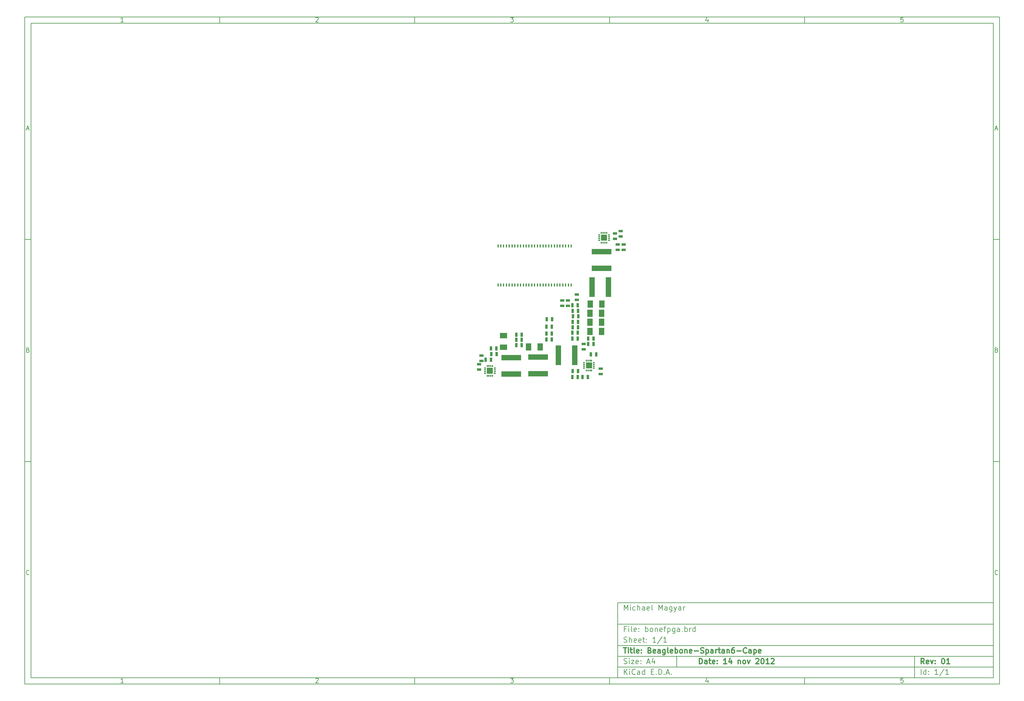
<source format=gbp>
G04 (created by PCBNEW-RS274X (2012-jan-04)-stable) date Tue Nov 13 20:46:58 2012*
G01*
G70*
G90*
%MOIN*%
G04 Gerber Fmt 3.4, Leading zero omitted, Abs format*
%FSLAX34Y34*%
G04 APERTURE LIST*
%ADD10C,0.006000*%
%ADD11C,0.012000*%
%ADD12R,0.011800X0.035400*%
%ADD13R,0.011800X0.019700*%
%ADD14R,0.019700X0.011800*%
%ADD15R,0.070900X0.070900*%
%ADD16R,0.080000X0.060000*%
%ADD17R,0.060000X0.080000*%
%ADD18R,0.025000X0.045000*%
%ADD19R,0.045000X0.025000*%
%ADD20R,0.224400X0.063000*%
%ADD21R,0.063000X0.224400*%
G04 APERTURE END LIST*
G54D10*
X04000Y-04000D02*
X113000Y-04000D01*
X113000Y-78670D01*
X04000Y-78670D01*
X04000Y-04000D01*
X04700Y-04700D02*
X112300Y-04700D01*
X112300Y-77970D01*
X04700Y-77970D01*
X04700Y-04700D01*
X25800Y-04000D02*
X25800Y-04700D01*
X15043Y-04552D02*
X14757Y-04552D01*
X14900Y-04552D02*
X14900Y-04052D01*
X14852Y-04124D01*
X14805Y-04171D01*
X14757Y-04195D01*
X25800Y-78670D02*
X25800Y-77970D01*
X15043Y-78522D02*
X14757Y-78522D01*
X14900Y-78522D02*
X14900Y-78022D01*
X14852Y-78094D01*
X14805Y-78141D01*
X14757Y-78165D01*
X47600Y-04000D02*
X47600Y-04700D01*
X36557Y-04100D02*
X36581Y-04076D01*
X36629Y-04052D01*
X36748Y-04052D01*
X36795Y-04076D01*
X36819Y-04100D01*
X36843Y-04148D01*
X36843Y-04195D01*
X36819Y-04267D01*
X36533Y-04552D01*
X36843Y-04552D01*
X47600Y-78670D02*
X47600Y-77970D01*
X36557Y-78070D02*
X36581Y-78046D01*
X36629Y-78022D01*
X36748Y-78022D01*
X36795Y-78046D01*
X36819Y-78070D01*
X36843Y-78118D01*
X36843Y-78165D01*
X36819Y-78237D01*
X36533Y-78522D01*
X36843Y-78522D01*
X69400Y-04000D02*
X69400Y-04700D01*
X58333Y-04052D02*
X58643Y-04052D01*
X58476Y-04243D01*
X58548Y-04243D01*
X58595Y-04267D01*
X58619Y-04290D01*
X58643Y-04338D01*
X58643Y-04457D01*
X58619Y-04505D01*
X58595Y-04529D01*
X58548Y-04552D01*
X58405Y-04552D01*
X58357Y-04529D01*
X58333Y-04505D01*
X69400Y-78670D02*
X69400Y-77970D01*
X58333Y-78022D02*
X58643Y-78022D01*
X58476Y-78213D01*
X58548Y-78213D01*
X58595Y-78237D01*
X58619Y-78260D01*
X58643Y-78308D01*
X58643Y-78427D01*
X58619Y-78475D01*
X58595Y-78499D01*
X58548Y-78522D01*
X58405Y-78522D01*
X58357Y-78499D01*
X58333Y-78475D01*
X91200Y-04000D02*
X91200Y-04700D01*
X80395Y-04219D02*
X80395Y-04552D01*
X80276Y-04029D02*
X80157Y-04386D01*
X80467Y-04386D01*
X91200Y-78670D02*
X91200Y-77970D01*
X80395Y-78189D02*
X80395Y-78522D01*
X80276Y-77999D02*
X80157Y-78356D01*
X80467Y-78356D01*
X102219Y-04052D02*
X101981Y-04052D01*
X101957Y-04290D01*
X101981Y-04267D01*
X102029Y-04243D01*
X102148Y-04243D01*
X102195Y-04267D01*
X102219Y-04290D01*
X102243Y-04338D01*
X102243Y-04457D01*
X102219Y-04505D01*
X102195Y-04529D01*
X102148Y-04552D01*
X102029Y-04552D01*
X101981Y-04529D01*
X101957Y-04505D01*
X102219Y-78022D02*
X101981Y-78022D01*
X101957Y-78260D01*
X101981Y-78237D01*
X102029Y-78213D01*
X102148Y-78213D01*
X102195Y-78237D01*
X102219Y-78260D01*
X102243Y-78308D01*
X102243Y-78427D01*
X102219Y-78475D01*
X102195Y-78499D01*
X102148Y-78522D01*
X102029Y-78522D01*
X101981Y-78499D01*
X101957Y-78475D01*
X04000Y-28890D02*
X04700Y-28890D01*
X04231Y-16510D02*
X04469Y-16510D01*
X04184Y-16652D02*
X04350Y-16152D01*
X04517Y-16652D01*
X113000Y-28890D02*
X112300Y-28890D01*
X112531Y-16510D02*
X112769Y-16510D01*
X112484Y-16652D02*
X112650Y-16152D01*
X112817Y-16652D01*
X04000Y-53780D02*
X04700Y-53780D01*
X04386Y-41280D02*
X04457Y-41304D01*
X04481Y-41328D01*
X04505Y-41376D01*
X04505Y-41447D01*
X04481Y-41495D01*
X04457Y-41519D01*
X04410Y-41542D01*
X04219Y-41542D01*
X04219Y-41042D01*
X04386Y-41042D01*
X04433Y-41066D01*
X04457Y-41090D01*
X04481Y-41138D01*
X04481Y-41185D01*
X04457Y-41233D01*
X04433Y-41257D01*
X04386Y-41280D01*
X04219Y-41280D01*
X113000Y-53780D02*
X112300Y-53780D01*
X112686Y-41280D02*
X112757Y-41304D01*
X112781Y-41328D01*
X112805Y-41376D01*
X112805Y-41447D01*
X112781Y-41495D01*
X112757Y-41519D01*
X112710Y-41542D01*
X112519Y-41542D01*
X112519Y-41042D01*
X112686Y-41042D01*
X112733Y-41066D01*
X112757Y-41090D01*
X112781Y-41138D01*
X112781Y-41185D01*
X112757Y-41233D01*
X112733Y-41257D01*
X112686Y-41280D01*
X112519Y-41280D01*
X04505Y-66385D02*
X04481Y-66409D01*
X04410Y-66432D01*
X04362Y-66432D01*
X04290Y-66409D01*
X04243Y-66361D01*
X04219Y-66313D01*
X04195Y-66218D01*
X04195Y-66147D01*
X04219Y-66051D01*
X04243Y-66004D01*
X04290Y-65956D01*
X04362Y-65932D01*
X04410Y-65932D01*
X04481Y-65956D01*
X04505Y-65980D01*
X112805Y-66385D02*
X112781Y-66409D01*
X112710Y-66432D01*
X112662Y-66432D01*
X112590Y-66409D01*
X112543Y-66361D01*
X112519Y-66313D01*
X112495Y-66218D01*
X112495Y-66147D01*
X112519Y-66051D01*
X112543Y-66004D01*
X112590Y-65956D01*
X112662Y-65932D01*
X112710Y-65932D01*
X112781Y-65956D01*
X112805Y-65980D01*
G54D11*
X79443Y-76413D02*
X79443Y-75813D01*
X79586Y-75813D01*
X79671Y-75841D01*
X79729Y-75899D01*
X79757Y-75956D01*
X79786Y-76070D01*
X79786Y-76156D01*
X79757Y-76270D01*
X79729Y-76327D01*
X79671Y-76384D01*
X79586Y-76413D01*
X79443Y-76413D01*
X80300Y-76413D02*
X80300Y-76099D01*
X80271Y-76041D01*
X80214Y-76013D01*
X80100Y-76013D01*
X80043Y-76041D01*
X80300Y-76384D02*
X80243Y-76413D01*
X80100Y-76413D01*
X80043Y-76384D01*
X80014Y-76327D01*
X80014Y-76270D01*
X80043Y-76213D01*
X80100Y-76184D01*
X80243Y-76184D01*
X80300Y-76156D01*
X80500Y-76013D02*
X80729Y-76013D01*
X80586Y-75813D02*
X80586Y-76327D01*
X80614Y-76384D01*
X80672Y-76413D01*
X80729Y-76413D01*
X81157Y-76384D02*
X81100Y-76413D01*
X80986Y-76413D01*
X80929Y-76384D01*
X80900Y-76327D01*
X80900Y-76099D01*
X80929Y-76041D01*
X80986Y-76013D01*
X81100Y-76013D01*
X81157Y-76041D01*
X81186Y-76099D01*
X81186Y-76156D01*
X80900Y-76213D01*
X81443Y-76356D02*
X81471Y-76384D01*
X81443Y-76413D01*
X81414Y-76384D01*
X81443Y-76356D01*
X81443Y-76413D01*
X81443Y-76041D02*
X81471Y-76070D01*
X81443Y-76099D01*
X81414Y-76070D01*
X81443Y-76041D01*
X81443Y-76099D01*
X82500Y-76413D02*
X82157Y-76413D01*
X82329Y-76413D02*
X82329Y-75813D01*
X82272Y-75899D01*
X82214Y-75956D01*
X82157Y-75984D01*
X83014Y-76013D02*
X83014Y-76413D01*
X82871Y-75784D02*
X82728Y-76213D01*
X83100Y-76213D01*
X83785Y-76013D02*
X83785Y-76413D01*
X83785Y-76070D02*
X83813Y-76041D01*
X83871Y-76013D01*
X83956Y-76013D01*
X84013Y-76041D01*
X84042Y-76099D01*
X84042Y-76413D01*
X84414Y-76413D02*
X84356Y-76384D01*
X84328Y-76356D01*
X84299Y-76299D01*
X84299Y-76127D01*
X84328Y-76070D01*
X84356Y-76041D01*
X84414Y-76013D01*
X84499Y-76013D01*
X84556Y-76041D01*
X84585Y-76070D01*
X84614Y-76127D01*
X84614Y-76299D01*
X84585Y-76356D01*
X84556Y-76384D01*
X84499Y-76413D01*
X84414Y-76413D01*
X84814Y-76013D02*
X84957Y-76413D01*
X85099Y-76013D01*
X85756Y-75870D02*
X85785Y-75841D01*
X85842Y-75813D01*
X85985Y-75813D01*
X86042Y-75841D01*
X86071Y-75870D01*
X86099Y-75927D01*
X86099Y-75984D01*
X86071Y-76070D01*
X85728Y-76413D01*
X86099Y-76413D01*
X86470Y-75813D02*
X86527Y-75813D01*
X86584Y-75841D01*
X86613Y-75870D01*
X86642Y-75927D01*
X86670Y-76041D01*
X86670Y-76184D01*
X86642Y-76299D01*
X86613Y-76356D01*
X86584Y-76384D01*
X86527Y-76413D01*
X86470Y-76413D01*
X86413Y-76384D01*
X86384Y-76356D01*
X86356Y-76299D01*
X86327Y-76184D01*
X86327Y-76041D01*
X86356Y-75927D01*
X86384Y-75870D01*
X86413Y-75841D01*
X86470Y-75813D01*
X87241Y-76413D02*
X86898Y-76413D01*
X87070Y-76413D02*
X87070Y-75813D01*
X87013Y-75899D01*
X86955Y-75956D01*
X86898Y-75984D01*
X87469Y-75870D02*
X87498Y-75841D01*
X87555Y-75813D01*
X87698Y-75813D01*
X87755Y-75841D01*
X87784Y-75870D01*
X87812Y-75927D01*
X87812Y-75984D01*
X87784Y-76070D01*
X87441Y-76413D01*
X87812Y-76413D01*
G54D10*
X71043Y-77613D02*
X71043Y-77013D01*
X71386Y-77613D02*
X71129Y-77270D01*
X71386Y-77013D02*
X71043Y-77356D01*
X71643Y-77613D02*
X71643Y-77213D01*
X71643Y-77013D02*
X71614Y-77041D01*
X71643Y-77070D01*
X71671Y-77041D01*
X71643Y-77013D01*
X71643Y-77070D01*
X72272Y-77556D02*
X72243Y-77584D01*
X72157Y-77613D01*
X72100Y-77613D01*
X72015Y-77584D01*
X71957Y-77527D01*
X71929Y-77470D01*
X71900Y-77356D01*
X71900Y-77270D01*
X71929Y-77156D01*
X71957Y-77099D01*
X72015Y-77041D01*
X72100Y-77013D01*
X72157Y-77013D01*
X72243Y-77041D01*
X72272Y-77070D01*
X72786Y-77613D02*
X72786Y-77299D01*
X72757Y-77241D01*
X72700Y-77213D01*
X72586Y-77213D01*
X72529Y-77241D01*
X72786Y-77584D02*
X72729Y-77613D01*
X72586Y-77613D01*
X72529Y-77584D01*
X72500Y-77527D01*
X72500Y-77470D01*
X72529Y-77413D01*
X72586Y-77384D01*
X72729Y-77384D01*
X72786Y-77356D01*
X73329Y-77613D02*
X73329Y-77013D01*
X73329Y-77584D02*
X73272Y-77613D01*
X73158Y-77613D01*
X73100Y-77584D01*
X73072Y-77556D01*
X73043Y-77499D01*
X73043Y-77327D01*
X73072Y-77270D01*
X73100Y-77241D01*
X73158Y-77213D01*
X73272Y-77213D01*
X73329Y-77241D01*
X74072Y-77299D02*
X74272Y-77299D01*
X74358Y-77613D02*
X74072Y-77613D01*
X74072Y-77013D01*
X74358Y-77013D01*
X74615Y-77556D02*
X74643Y-77584D01*
X74615Y-77613D01*
X74586Y-77584D01*
X74615Y-77556D01*
X74615Y-77613D01*
X74901Y-77613D02*
X74901Y-77013D01*
X75044Y-77013D01*
X75129Y-77041D01*
X75187Y-77099D01*
X75215Y-77156D01*
X75244Y-77270D01*
X75244Y-77356D01*
X75215Y-77470D01*
X75187Y-77527D01*
X75129Y-77584D01*
X75044Y-77613D01*
X74901Y-77613D01*
X75501Y-77556D02*
X75529Y-77584D01*
X75501Y-77613D01*
X75472Y-77584D01*
X75501Y-77556D01*
X75501Y-77613D01*
X75758Y-77441D02*
X76044Y-77441D01*
X75701Y-77613D02*
X75901Y-77013D01*
X76101Y-77613D01*
X76301Y-77556D02*
X76329Y-77584D01*
X76301Y-77613D01*
X76272Y-77584D01*
X76301Y-77556D01*
X76301Y-77613D01*
G54D11*
X104586Y-76413D02*
X104386Y-76127D01*
X104243Y-76413D02*
X104243Y-75813D01*
X104471Y-75813D01*
X104529Y-75841D01*
X104557Y-75870D01*
X104586Y-75927D01*
X104586Y-76013D01*
X104557Y-76070D01*
X104529Y-76099D01*
X104471Y-76127D01*
X104243Y-76127D01*
X105071Y-76384D02*
X105014Y-76413D01*
X104900Y-76413D01*
X104843Y-76384D01*
X104814Y-76327D01*
X104814Y-76099D01*
X104843Y-76041D01*
X104900Y-76013D01*
X105014Y-76013D01*
X105071Y-76041D01*
X105100Y-76099D01*
X105100Y-76156D01*
X104814Y-76213D01*
X105300Y-76013D02*
X105443Y-76413D01*
X105585Y-76013D01*
X105814Y-76356D02*
X105842Y-76384D01*
X105814Y-76413D01*
X105785Y-76384D01*
X105814Y-76356D01*
X105814Y-76413D01*
X105814Y-76041D02*
X105842Y-76070D01*
X105814Y-76099D01*
X105785Y-76070D01*
X105814Y-76041D01*
X105814Y-76099D01*
X106671Y-75813D02*
X106728Y-75813D01*
X106785Y-75841D01*
X106814Y-75870D01*
X106843Y-75927D01*
X106871Y-76041D01*
X106871Y-76184D01*
X106843Y-76299D01*
X106814Y-76356D01*
X106785Y-76384D01*
X106728Y-76413D01*
X106671Y-76413D01*
X106614Y-76384D01*
X106585Y-76356D01*
X106557Y-76299D01*
X106528Y-76184D01*
X106528Y-76041D01*
X106557Y-75927D01*
X106585Y-75870D01*
X106614Y-75841D01*
X106671Y-75813D01*
X107442Y-76413D02*
X107099Y-76413D01*
X107271Y-76413D02*
X107271Y-75813D01*
X107214Y-75899D01*
X107156Y-75956D01*
X107099Y-75984D01*
G54D10*
X71014Y-76384D02*
X71100Y-76413D01*
X71243Y-76413D01*
X71300Y-76384D01*
X71329Y-76356D01*
X71357Y-76299D01*
X71357Y-76241D01*
X71329Y-76184D01*
X71300Y-76156D01*
X71243Y-76127D01*
X71129Y-76099D01*
X71071Y-76070D01*
X71043Y-76041D01*
X71014Y-75984D01*
X71014Y-75927D01*
X71043Y-75870D01*
X71071Y-75841D01*
X71129Y-75813D01*
X71271Y-75813D01*
X71357Y-75841D01*
X71614Y-76413D02*
X71614Y-76013D01*
X71614Y-75813D02*
X71585Y-75841D01*
X71614Y-75870D01*
X71642Y-75841D01*
X71614Y-75813D01*
X71614Y-75870D01*
X71843Y-76013D02*
X72157Y-76013D01*
X71843Y-76413D01*
X72157Y-76413D01*
X72614Y-76384D02*
X72557Y-76413D01*
X72443Y-76413D01*
X72386Y-76384D01*
X72357Y-76327D01*
X72357Y-76099D01*
X72386Y-76041D01*
X72443Y-76013D01*
X72557Y-76013D01*
X72614Y-76041D01*
X72643Y-76099D01*
X72643Y-76156D01*
X72357Y-76213D01*
X72900Y-76356D02*
X72928Y-76384D01*
X72900Y-76413D01*
X72871Y-76384D01*
X72900Y-76356D01*
X72900Y-76413D01*
X72900Y-76041D02*
X72928Y-76070D01*
X72900Y-76099D01*
X72871Y-76070D01*
X72900Y-76041D01*
X72900Y-76099D01*
X73614Y-76241D02*
X73900Y-76241D01*
X73557Y-76413D02*
X73757Y-75813D01*
X73957Y-76413D01*
X74414Y-76013D02*
X74414Y-76413D01*
X74271Y-75784D02*
X74128Y-76213D01*
X74500Y-76213D01*
X104243Y-77613D02*
X104243Y-77013D01*
X104786Y-77613D02*
X104786Y-77013D01*
X104786Y-77584D02*
X104729Y-77613D01*
X104615Y-77613D01*
X104557Y-77584D01*
X104529Y-77556D01*
X104500Y-77499D01*
X104500Y-77327D01*
X104529Y-77270D01*
X104557Y-77241D01*
X104615Y-77213D01*
X104729Y-77213D01*
X104786Y-77241D01*
X105072Y-77556D02*
X105100Y-77584D01*
X105072Y-77613D01*
X105043Y-77584D01*
X105072Y-77556D01*
X105072Y-77613D01*
X105072Y-77241D02*
X105100Y-77270D01*
X105072Y-77299D01*
X105043Y-77270D01*
X105072Y-77241D01*
X105072Y-77299D01*
X106129Y-77613D02*
X105786Y-77613D01*
X105958Y-77613D02*
X105958Y-77013D01*
X105901Y-77099D01*
X105843Y-77156D01*
X105786Y-77184D01*
X106814Y-76984D02*
X106300Y-77756D01*
X107329Y-77613D02*
X106986Y-77613D01*
X107158Y-77613D02*
X107158Y-77013D01*
X107101Y-77099D01*
X107043Y-77156D01*
X106986Y-77184D01*
G54D11*
X70957Y-74613D02*
X71300Y-74613D01*
X71129Y-75213D02*
X71129Y-74613D01*
X71500Y-75213D02*
X71500Y-74813D01*
X71500Y-74613D02*
X71471Y-74641D01*
X71500Y-74670D01*
X71528Y-74641D01*
X71500Y-74613D01*
X71500Y-74670D01*
X71700Y-74813D02*
X71929Y-74813D01*
X71786Y-74613D02*
X71786Y-75127D01*
X71814Y-75184D01*
X71872Y-75213D01*
X71929Y-75213D01*
X72215Y-75213D02*
X72157Y-75184D01*
X72129Y-75127D01*
X72129Y-74613D01*
X72671Y-75184D02*
X72614Y-75213D01*
X72500Y-75213D01*
X72443Y-75184D01*
X72414Y-75127D01*
X72414Y-74899D01*
X72443Y-74841D01*
X72500Y-74813D01*
X72614Y-74813D01*
X72671Y-74841D01*
X72700Y-74899D01*
X72700Y-74956D01*
X72414Y-75013D01*
X72957Y-75156D02*
X72985Y-75184D01*
X72957Y-75213D01*
X72928Y-75184D01*
X72957Y-75156D01*
X72957Y-75213D01*
X72957Y-74841D02*
X72985Y-74870D01*
X72957Y-74899D01*
X72928Y-74870D01*
X72957Y-74841D01*
X72957Y-74899D01*
X73900Y-74899D02*
X73986Y-74927D01*
X74014Y-74956D01*
X74043Y-75013D01*
X74043Y-75099D01*
X74014Y-75156D01*
X73986Y-75184D01*
X73928Y-75213D01*
X73700Y-75213D01*
X73700Y-74613D01*
X73900Y-74613D01*
X73957Y-74641D01*
X73986Y-74670D01*
X74014Y-74727D01*
X74014Y-74784D01*
X73986Y-74841D01*
X73957Y-74870D01*
X73900Y-74899D01*
X73700Y-74899D01*
X74528Y-75184D02*
X74471Y-75213D01*
X74357Y-75213D01*
X74300Y-75184D01*
X74271Y-75127D01*
X74271Y-74899D01*
X74300Y-74841D01*
X74357Y-74813D01*
X74471Y-74813D01*
X74528Y-74841D01*
X74557Y-74899D01*
X74557Y-74956D01*
X74271Y-75013D01*
X75071Y-75213D02*
X75071Y-74899D01*
X75042Y-74841D01*
X74985Y-74813D01*
X74871Y-74813D01*
X74814Y-74841D01*
X75071Y-75184D02*
X75014Y-75213D01*
X74871Y-75213D01*
X74814Y-75184D01*
X74785Y-75127D01*
X74785Y-75070D01*
X74814Y-75013D01*
X74871Y-74984D01*
X75014Y-74984D01*
X75071Y-74956D01*
X75614Y-74813D02*
X75614Y-75299D01*
X75585Y-75356D01*
X75557Y-75384D01*
X75500Y-75413D01*
X75414Y-75413D01*
X75357Y-75384D01*
X75614Y-75184D02*
X75557Y-75213D01*
X75443Y-75213D01*
X75385Y-75184D01*
X75357Y-75156D01*
X75328Y-75099D01*
X75328Y-74927D01*
X75357Y-74870D01*
X75385Y-74841D01*
X75443Y-74813D01*
X75557Y-74813D01*
X75614Y-74841D01*
X75986Y-75213D02*
X75928Y-75184D01*
X75900Y-75127D01*
X75900Y-74613D01*
X76442Y-75184D02*
X76385Y-75213D01*
X76271Y-75213D01*
X76214Y-75184D01*
X76185Y-75127D01*
X76185Y-74899D01*
X76214Y-74841D01*
X76271Y-74813D01*
X76385Y-74813D01*
X76442Y-74841D01*
X76471Y-74899D01*
X76471Y-74956D01*
X76185Y-75013D01*
X76728Y-75213D02*
X76728Y-74613D01*
X76728Y-74841D02*
X76785Y-74813D01*
X76899Y-74813D01*
X76956Y-74841D01*
X76985Y-74870D01*
X77014Y-74927D01*
X77014Y-75099D01*
X76985Y-75156D01*
X76956Y-75184D01*
X76899Y-75213D01*
X76785Y-75213D01*
X76728Y-75184D01*
X77357Y-75213D02*
X77299Y-75184D01*
X77271Y-75156D01*
X77242Y-75099D01*
X77242Y-74927D01*
X77271Y-74870D01*
X77299Y-74841D01*
X77357Y-74813D01*
X77442Y-74813D01*
X77499Y-74841D01*
X77528Y-74870D01*
X77557Y-74927D01*
X77557Y-75099D01*
X77528Y-75156D01*
X77499Y-75184D01*
X77442Y-75213D01*
X77357Y-75213D01*
X77814Y-74813D02*
X77814Y-75213D01*
X77814Y-74870D02*
X77842Y-74841D01*
X77900Y-74813D01*
X77985Y-74813D01*
X78042Y-74841D01*
X78071Y-74899D01*
X78071Y-75213D01*
X78585Y-75184D02*
X78528Y-75213D01*
X78414Y-75213D01*
X78357Y-75184D01*
X78328Y-75127D01*
X78328Y-74899D01*
X78357Y-74841D01*
X78414Y-74813D01*
X78528Y-74813D01*
X78585Y-74841D01*
X78614Y-74899D01*
X78614Y-74956D01*
X78328Y-75013D01*
X78871Y-74984D02*
X79328Y-74984D01*
X79585Y-75184D02*
X79671Y-75213D01*
X79814Y-75213D01*
X79871Y-75184D01*
X79900Y-75156D01*
X79928Y-75099D01*
X79928Y-75041D01*
X79900Y-74984D01*
X79871Y-74956D01*
X79814Y-74927D01*
X79700Y-74899D01*
X79642Y-74870D01*
X79614Y-74841D01*
X79585Y-74784D01*
X79585Y-74727D01*
X79614Y-74670D01*
X79642Y-74641D01*
X79700Y-74613D01*
X79842Y-74613D01*
X79928Y-74641D01*
X80185Y-74813D02*
X80185Y-75413D01*
X80185Y-74841D02*
X80242Y-74813D01*
X80356Y-74813D01*
X80413Y-74841D01*
X80442Y-74870D01*
X80471Y-74927D01*
X80471Y-75099D01*
X80442Y-75156D01*
X80413Y-75184D01*
X80356Y-75213D01*
X80242Y-75213D01*
X80185Y-75184D01*
X80985Y-75213D02*
X80985Y-74899D01*
X80956Y-74841D01*
X80899Y-74813D01*
X80785Y-74813D01*
X80728Y-74841D01*
X80985Y-75184D02*
X80928Y-75213D01*
X80785Y-75213D01*
X80728Y-75184D01*
X80699Y-75127D01*
X80699Y-75070D01*
X80728Y-75013D01*
X80785Y-74984D01*
X80928Y-74984D01*
X80985Y-74956D01*
X81271Y-75213D02*
X81271Y-74813D01*
X81271Y-74927D02*
X81299Y-74870D01*
X81328Y-74841D01*
X81385Y-74813D01*
X81442Y-74813D01*
X81556Y-74813D02*
X81785Y-74813D01*
X81642Y-74613D02*
X81642Y-75127D01*
X81670Y-75184D01*
X81728Y-75213D01*
X81785Y-75213D01*
X82242Y-75213D02*
X82242Y-74899D01*
X82213Y-74841D01*
X82156Y-74813D01*
X82042Y-74813D01*
X81985Y-74841D01*
X82242Y-75184D02*
X82185Y-75213D01*
X82042Y-75213D01*
X81985Y-75184D01*
X81956Y-75127D01*
X81956Y-75070D01*
X81985Y-75013D01*
X82042Y-74984D01*
X82185Y-74984D01*
X82242Y-74956D01*
X82528Y-74813D02*
X82528Y-75213D01*
X82528Y-74870D02*
X82556Y-74841D01*
X82614Y-74813D01*
X82699Y-74813D01*
X82756Y-74841D01*
X82785Y-74899D01*
X82785Y-75213D01*
X83328Y-74613D02*
X83214Y-74613D01*
X83157Y-74641D01*
X83128Y-74670D01*
X83071Y-74756D01*
X83042Y-74870D01*
X83042Y-75099D01*
X83071Y-75156D01*
X83099Y-75184D01*
X83157Y-75213D01*
X83271Y-75213D01*
X83328Y-75184D01*
X83357Y-75156D01*
X83385Y-75099D01*
X83385Y-74956D01*
X83357Y-74899D01*
X83328Y-74870D01*
X83271Y-74841D01*
X83157Y-74841D01*
X83099Y-74870D01*
X83071Y-74899D01*
X83042Y-74956D01*
X83642Y-74984D02*
X84099Y-74984D01*
X84728Y-75156D02*
X84699Y-75184D01*
X84613Y-75213D01*
X84556Y-75213D01*
X84471Y-75184D01*
X84413Y-75127D01*
X84385Y-75070D01*
X84356Y-74956D01*
X84356Y-74870D01*
X84385Y-74756D01*
X84413Y-74699D01*
X84471Y-74641D01*
X84556Y-74613D01*
X84613Y-74613D01*
X84699Y-74641D01*
X84728Y-74670D01*
X85242Y-75213D02*
X85242Y-74899D01*
X85213Y-74841D01*
X85156Y-74813D01*
X85042Y-74813D01*
X84985Y-74841D01*
X85242Y-75184D02*
X85185Y-75213D01*
X85042Y-75213D01*
X84985Y-75184D01*
X84956Y-75127D01*
X84956Y-75070D01*
X84985Y-75013D01*
X85042Y-74984D01*
X85185Y-74984D01*
X85242Y-74956D01*
X85528Y-74813D02*
X85528Y-75413D01*
X85528Y-74841D02*
X85585Y-74813D01*
X85699Y-74813D01*
X85756Y-74841D01*
X85785Y-74870D01*
X85814Y-74927D01*
X85814Y-75099D01*
X85785Y-75156D01*
X85756Y-75184D01*
X85699Y-75213D01*
X85585Y-75213D01*
X85528Y-75184D01*
X86299Y-75184D02*
X86242Y-75213D01*
X86128Y-75213D01*
X86071Y-75184D01*
X86042Y-75127D01*
X86042Y-74899D01*
X86071Y-74841D01*
X86128Y-74813D01*
X86242Y-74813D01*
X86299Y-74841D01*
X86328Y-74899D01*
X86328Y-74956D01*
X86042Y-75013D01*
G54D10*
X71243Y-72499D02*
X71043Y-72499D01*
X71043Y-72813D02*
X71043Y-72213D01*
X71329Y-72213D01*
X71557Y-72813D02*
X71557Y-72413D01*
X71557Y-72213D02*
X71528Y-72241D01*
X71557Y-72270D01*
X71585Y-72241D01*
X71557Y-72213D01*
X71557Y-72270D01*
X71929Y-72813D02*
X71871Y-72784D01*
X71843Y-72727D01*
X71843Y-72213D01*
X72385Y-72784D02*
X72328Y-72813D01*
X72214Y-72813D01*
X72157Y-72784D01*
X72128Y-72727D01*
X72128Y-72499D01*
X72157Y-72441D01*
X72214Y-72413D01*
X72328Y-72413D01*
X72385Y-72441D01*
X72414Y-72499D01*
X72414Y-72556D01*
X72128Y-72613D01*
X72671Y-72756D02*
X72699Y-72784D01*
X72671Y-72813D01*
X72642Y-72784D01*
X72671Y-72756D01*
X72671Y-72813D01*
X72671Y-72441D02*
X72699Y-72470D01*
X72671Y-72499D01*
X72642Y-72470D01*
X72671Y-72441D01*
X72671Y-72499D01*
X73414Y-72813D02*
X73414Y-72213D01*
X73414Y-72441D02*
X73471Y-72413D01*
X73585Y-72413D01*
X73642Y-72441D01*
X73671Y-72470D01*
X73700Y-72527D01*
X73700Y-72699D01*
X73671Y-72756D01*
X73642Y-72784D01*
X73585Y-72813D01*
X73471Y-72813D01*
X73414Y-72784D01*
X74043Y-72813D02*
X73985Y-72784D01*
X73957Y-72756D01*
X73928Y-72699D01*
X73928Y-72527D01*
X73957Y-72470D01*
X73985Y-72441D01*
X74043Y-72413D01*
X74128Y-72413D01*
X74185Y-72441D01*
X74214Y-72470D01*
X74243Y-72527D01*
X74243Y-72699D01*
X74214Y-72756D01*
X74185Y-72784D01*
X74128Y-72813D01*
X74043Y-72813D01*
X74500Y-72413D02*
X74500Y-72813D01*
X74500Y-72470D02*
X74528Y-72441D01*
X74586Y-72413D01*
X74671Y-72413D01*
X74728Y-72441D01*
X74757Y-72499D01*
X74757Y-72813D01*
X75271Y-72784D02*
X75214Y-72813D01*
X75100Y-72813D01*
X75043Y-72784D01*
X75014Y-72727D01*
X75014Y-72499D01*
X75043Y-72441D01*
X75100Y-72413D01*
X75214Y-72413D01*
X75271Y-72441D01*
X75300Y-72499D01*
X75300Y-72556D01*
X75014Y-72613D01*
X75471Y-72413D02*
X75700Y-72413D01*
X75557Y-72813D02*
X75557Y-72299D01*
X75585Y-72241D01*
X75643Y-72213D01*
X75700Y-72213D01*
X75900Y-72413D02*
X75900Y-73013D01*
X75900Y-72441D02*
X75957Y-72413D01*
X76071Y-72413D01*
X76128Y-72441D01*
X76157Y-72470D01*
X76186Y-72527D01*
X76186Y-72699D01*
X76157Y-72756D01*
X76128Y-72784D01*
X76071Y-72813D01*
X75957Y-72813D01*
X75900Y-72784D01*
X76700Y-72413D02*
X76700Y-72899D01*
X76671Y-72956D01*
X76643Y-72984D01*
X76586Y-73013D01*
X76500Y-73013D01*
X76443Y-72984D01*
X76700Y-72784D02*
X76643Y-72813D01*
X76529Y-72813D01*
X76471Y-72784D01*
X76443Y-72756D01*
X76414Y-72699D01*
X76414Y-72527D01*
X76443Y-72470D01*
X76471Y-72441D01*
X76529Y-72413D01*
X76643Y-72413D01*
X76700Y-72441D01*
X77243Y-72813D02*
X77243Y-72499D01*
X77214Y-72441D01*
X77157Y-72413D01*
X77043Y-72413D01*
X76986Y-72441D01*
X77243Y-72784D02*
X77186Y-72813D01*
X77043Y-72813D01*
X76986Y-72784D01*
X76957Y-72727D01*
X76957Y-72670D01*
X76986Y-72613D01*
X77043Y-72584D01*
X77186Y-72584D01*
X77243Y-72556D01*
X77529Y-72756D02*
X77557Y-72784D01*
X77529Y-72813D01*
X77500Y-72784D01*
X77529Y-72756D01*
X77529Y-72813D01*
X77815Y-72813D02*
X77815Y-72213D01*
X77815Y-72441D02*
X77872Y-72413D01*
X77986Y-72413D01*
X78043Y-72441D01*
X78072Y-72470D01*
X78101Y-72527D01*
X78101Y-72699D01*
X78072Y-72756D01*
X78043Y-72784D01*
X77986Y-72813D01*
X77872Y-72813D01*
X77815Y-72784D01*
X78358Y-72813D02*
X78358Y-72413D01*
X78358Y-72527D02*
X78386Y-72470D01*
X78415Y-72441D01*
X78472Y-72413D01*
X78529Y-72413D01*
X78986Y-72813D02*
X78986Y-72213D01*
X78986Y-72784D02*
X78929Y-72813D01*
X78815Y-72813D01*
X78757Y-72784D01*
X78729Y-72756D01*
X78700Y-72699D01*
X78700Y-72527D01*
X78729Y-72470D01*
X78757Y-72441D01*
X78815Y-72413D01*
X78929Y-72413D01*
X78986Y-72441D01*
X71014Y-73984D02*
X71100Y-74013D01*
X71243Y-74013D01*
X71300Y-73984D01*
X71329Y-73956D01*
X71357Y-73899D01*
X71357Y-73841D01*
X71329Y-73784D01*
X71300Y-73756D01*
X71243Y-73727D01*
X71129Y-73699D01*
X71071Y-73670D01*
X71043Y-73641D01*
X71014Y-73584D01*
X71014Y-73527D01*
X71043Y-73470D01*
X71071Y-73441D01*
X71129Y-73413D01*
X71271Y-73413D01*
X71357Y-73441D01*
X71614Y-74013D02*
X71614Y-73413D01*
X71871Y-74013D02*
X71871Y-73699D01*
X71842Y-73641D01*
X71785Y-73613D01*
X71700Y-73613D01*
X71642Y-73641D01*
X71614Y-73670D01*
X72385Y-73984D02*
X72328Y-74013D01*
X72214Y-74013D01*
X72157Y-73984D01*
X72128Y-73927D01*
X72128Y-73699D01*
X72157Y-73641D01*
X72214Y-73613D01*
X72328Y-73613D01*
X72385Y-73641D01*
X72414Y-73699D01*
X72414Y-73756D01*
X72128Y-73813D01*
X72899Y-73984D02*
X72842Y-74013D01*
X72728Y-74013D01*
X72671Y-73984D01*
X72642Y-73927D01*
X72642Y-73699D01*
X72671Y-73641D01*
X72728Y-73613D01*
X72842Y-73613D01*
X72899Y-73641D01*
X72928Y-73699D01*
X72928Y-73756D01*
X72642Y-73813D01*
X73099Y-73613D02*
X73328Y-73613D01*
X73185Y-73413D02*
X73185Y-73927D01*
X73213Y-73984D01*
X73271Y-74013D01*
X73328Y-74013D01*
X73528Y-73956D02*
X73556Y-73984D01*
X73528Y-74013D01*
X73499Y-73984D01*
X73528Y-73956D01*
X73528Y-74013D01*
X73528Y-73641D02*
X73556Y-73670D01*
X73528Y-73699D01*
X73499Y-73670D01*
X73528Y-73641D01*
X73528Y-73699D01*
X74585Y-74013D02*
X74242Y-74013D01*
X74414Y-74013D02*
X74414Y-73413D01*
X74357Y-73499D01*
X74299Y-73556D01*
X74242Y-73584D01*
X75270Y-73384D02*
X74756Y-74156D01*
X75785Y-74013D02*
X75442Y-74013D01*
X75614Y-74013D02*
X75614Y-73413D01*
X75557Y-73499D01*
X75499Y-73556D01*
X75442Y-73584D01*
X71043Y-70413D02*
X71043Y-69813D01*
X71243Y-70241D01*
X71443Y-69813D01*
X71443Y-70413D01*
X71729Y-70413D02*
X71729Y-70013D01*
X71729Y-69813D02*
X71700Y-69841D01*
X71729Y-69870D01*
X71757Y-69841D01*
X71729Y-69813D01*
X71729Y-69870D01*
X72272Y-70384D02*
X72215Y-70413D01*
X72101Y-70413D01*
X72043Y-70384D01*
X72015Y-70356D01*
X71986Y-70299D01*
X71986Y-70127D01*
X72015Y-70070D01*
X72043Y-70041D01*
X72101Y-70013D01*
X72215Y-70013D01*
X72272Y-70041D01*
X72529Y-70413D02*
X72529Y-69813D01*
X72786Y-70413D02*
X72786Y-70099D01*
X72757Y-70041D01*
X72700Y-70013D01*
X72615Y-70013D01*
X72557Y-70041D01*
X72529Y-70070D01*
X73329Y-70413D02*
X73329Y-70099D01*
X73300Y-70041D01*
X73243Y-70013D01*
X73129Y-70013D01*
X73072Y-70041D01*
X73329Y-70384D02*
X73272Y-70413D01*
X73129Y-70413D01*
X73072Y-70384D01*
X73043Y-70327D01*
X73043Y-70270D01*
X73072Y-70213D01*
X73129Y-70184D01*
X73272Y-70184D01*
X73329Y-70156D01*
X73843Y-70384D02*
X73786Y-70413D01*
X73672Y-70413D01*
X73615Y-70384D01*
X73586Y-70327D01*
X73586Y-70099D01*
X73615Y-70041D01*
X73672Y-70013D01*
X73786Y-70013D01*
X73843Y-70041D01*
X73872Y-70099D01*
X73872Y-70156D01*
X73586Y-70213D01*
X74215Y-70413D02*
X74157Y-70384D01*
X74129Y-70327D01*
X74129Y-69813D01*
X74900Y-70413D02*
X74900Y-69813D01*
X75100Y-70241D01*
X75300Y-69813D01*
X75300Y-70413D01*
X75843Y-70413D02*
X75843Y-70099D01*
X75814Y-70041D01*
X75757Y-70013D01*
X75643Y-70013D01*
X75586Y-70041D01*
X75843Y-70384D02*
X75786Y-70413D01*
X75643Y-70413D01*
X75586Y-70384D01*
X75557Y-70327D01*
X75557Y-70270D01*
X75586Y-70213D01*
X75643Y-70184D01*
X75786Y-70184D01*
X75843Y-70156D01*
X76386Y-70013D02*
X76386Y-70499D01*
X76357Y-70556D01*
X76329Y-70584D01*
X76272Y-70613D01*
X76186Y-70613D01*
X76129Y-70584D01*
X76386Y-70384D02*
X76329Y-70413D01*
X76215Y-70413D01*
X76157Y-70384D01*
X76129Y-70356D01*
X76100Y-70299D01*
X76100Y-70127D01*
X76129Y-70070D01*
X76157Y-70041D01*
X76215Y-70013D01*
X76329Y-70013D01*
X76386Y-70041D01*
X76615Y-70013D02*
X76758Y-70413D01*
X76900Y-70013D02*
X76758Y-70413D01*
X76700Y-70556D01*
X76672Y-70584D01*
X76615Y-70613D01*
X77386Y-70413D02*
X77386Y-70099D01*
X77357Y-70041D01*
X77300Y-70013D01*
X77186Y-70013D01*
X77129Y-70041D01*
X77386Y-70384D02*
X77329Y-70413D01*
X77186Y-70413D01*
X77129Y-70384D01*
X77100Y-70327D01*
X77100Y-70270D01*
X77129Y-70213D01*
X77186Y-70184D01*
X77329Y-70184D01*
X77386Y-70156D01*
X77672Y-70413D02*
X77672Y-70013D01*
X77672Y-70127D02*
X77700Y-70070D01*
X77729Y-70041D01*
X77786Y-70013D01*
X77843Y-70013D01*
X70300Y-69570D02*
X70300Y-77970D01*
X70300Y-71970D02*
X112300Y-71970D01*
X70300Y-69570D02*
X112300Y-69570D01*
X70300Y-74370D02*
X112300Y-74370D01*
X103500Y-75570D02*
X103500Y-77970D01*
X70300Y-76770D02*
X112300Y-76770D01*
X70300Y-75570D02*
X112300Y-75570D01*
X76900Y-75570D02*
X76900Y-76770D01*
G54D12*
X60078Y-29645D03*
X60393Y-29645D03*
X60708Y-29645D03*
X61023Y-29645D03*
X61338Y-29645D03*
X61653Y-29645D03*
X61968Y-29645D03*
X62283Y-29645D03*
X62598Y-29645D03*
X62913Y-29645D03*
X63228Y-29645D03*
X57559Y-34016D03*
X57244Y-34016D03*
X56929Y-34016D03*
X56929Y-29646D03*
X57244Y-29646D03*
X57559Y-29646D03*
X57874Y-29646D03*
X60078Y-34016D03*
X58504Y-29646D03*
X58819Y-29645D03*
X59134Y-29645D03*
X59448Y-29645D03*
X59763Y-29645D03*
X61653Y-34016D03*
X61338Y-34016D03*
X61023Y-34016D03*
X60708Y-34016D03*
X60393Y-34016D03*
X58189Y-29646D03*
X59763Y-34016D03*
X59448Y-34016D03*
X59134Y-34016D03*
X58819Y-34016D03*
X58504Y-34016D03*
X58189Y-34016D03*
X57874Y-34016D03*
X65118Y-34016D03*
X64803Y-34016D03*
X64488Y-34016D03*
X64173Y-34016D03*
X63858Y-34016D03*
X63543Y-34016D03*
X63228Y-34016D03*
X62913Y-34016D03*
X62598Y-34016D03*
X62283Y-34016D03*
X61968Y-34016D03*
X63543Y-29646D03*
X63858Y-29646D03*
X64173Y-29646D03*
X64488Y-29646D03*
X64803Y-29646D03*
X65119Y-29646D03*
G54D13*
X66803Y-42461D03*
X67000Y-42461D03*
X67196Y-42461D03*
X67393Y-42461D03*
X66803Y-43563D03*
X67000Y-43563D03*
X67196Y-43563D03*
X67393Y-43563D03*
G54D14*
X67649Y-43110D03*
X67649Y-42914D03*
X67649Y-42717D03*
X67649Y-43307D03*
X66547Y-43307D03*
X66547Y-43110D03*
X66547Y-42914D03*
X66547Y-42717D03*
G54D15*
X67098Y-43012D03*
G54D16*
X57547Y-40985D03*
X57547Y-39685D03*
G54D17*
X67240Y-36150D03*
X68540Y-36150D03*
X67224Y-38173D03*
X68524Y-38173D03*
X67196Y-39197D03*
X68496Y-39197D03*
X61654Y-40921D03*
X60354Y-40921D03*
X67224Y-37154D03*
X68524Y-37154D03*
G54D18*
X56146Y-42358D03*
X55546Y-42358D03*
X56761Y-41728D03*
X56161Y-41728D03*
X66381Y-44295D03*
X66981Y-44295D03*
X65251Y-44291D03*
X65851Y-44291D03*
X65871Y-43650D03*
X65271Y-43650D03*
X56157Y-41098D03*
X56757Y-41098D03*
G54D19*
X70319Y-29460D03*
X70319Y-30060D03*
G54D18*
X62369Y-37835D03*
X62969Y-37835D03*
G54D19*
X55067Y-42493D03*
X55067Y-41893D03*
G54D18*
X67914Y-41756D03*
X67314Y-41756D03*
X67019Y-40594D03*
X67619Y-40594D03*
G54D19*
X70988Y-30072D03*
X70988Y-29472D03*
X68398Y-43385D03*
X68398Y-43985D03*
X70642Y-27960D03*
X70642Y-28560D03*
X70004Y-28247D03*
X70004Y-28847D03*
X64098Y-35735D03*
X64098Y-36335D03*
G54D18*
X65894Y-37500D03*
X65294Y-37500D03*
X65867Y-38744D03*
X65267Y-38744D03*
G54D19*
X66496Y-40590D03*
X66496Y-41190D03*
G54D18*
X58976Y-40740D03*
X59576Y-40740D03*
X62350Y-38654D03*
X62950Y-38654D03*
X65879Y-38130D03*
X65279Y-38130D03*
X65851Y-39331D03*
X65251Y-39331D03*
X58976Y-40146D03*
X59576Y-40146D03*
X62346Y-40102D03*
X62946Y-40102D03*
X65867Y-36902D03*
X65267Y-36902D03*
X65835Y-39988D03*
X65235Y-39988D03*
X65851Y-36256D03*
X65251Y-36256D03*
G54D19*
X64728Y-35728D03*
X64728Y-36328D03*
G54D18*
X58972Y-39559D03*
X59572Y-39559D03*
X62354Y-39449D03*
X62954Y-39449D03*
G54D19*
X65736Y-35662D03*
X65736Y-35062D03*
G54D20*
X61425Y-43921D03*
X61425Y-42071D03*
G54D21*
X63661Y-41858D03*
X65511Y-41858D03*
G54D20*
X68500Y-32130D03*
X68500Y-30280D03*
G54D21*
X69280Y-34220D03*
X67430Y-34220D03*
G54D18*
X67019Y-39988D03*
X67619Y-39988D03*
G54D19*
X54795Y-43465D03*
X54795Y-42865D03*
G54D20*
X58409Y-42134D03*
X58409Y-43984D03*
G54D14*
X68236Y-29000D03*
X68236Y-28803D03*
X68236Y-28607D03*
X68236Y-28410D03*
X69338Y-29000D03*
X69338Y-28803D03*
X69338Y-28607D03*
X69338Y-28410D03*
G54D13*
X68885Y-28154D03*
X68689Y-28154D03*
X68492Y-28154D03*
X69082Y-28154D03*
X69082Y-29256D03*
X68885Y-29256D03*
X68689Y-29256D03*
X68492Y-29256D03*
G54D15*
X68787Y-28705D03*
G54D13*
X56319Y-44157D03*
X56122Y-44157D03*
X55926Y-44157D03*
X55729Y-44157D03*
X56319Y-43055D03*
X56122Y-43055D03*
X55926Y-43055D03*
X55729Y-43055D03*
G54D14*
X55473Y-43508D03*
X55473Y-43704D03*
X55473Y-43901D03*
X55473Y-43311D03*
X56575Y-43311D03*
X56575Y-43508D03*
X56575Y-43704D03*
X56575Y-43901D03*
G54D15*
X56024Y-43606D03*
M02*

</source>
